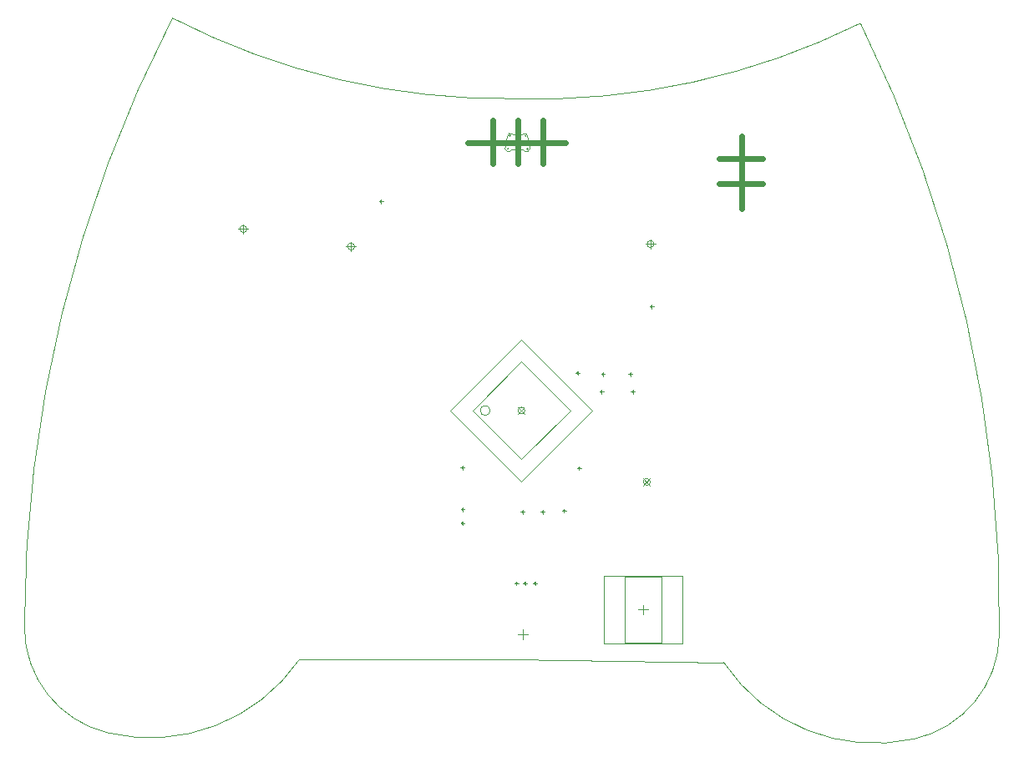
<source format=gbo>
G04*
G04 #@! TF.GenerationSoftware,Altium Limited,Altium Designer,19.0.4 (130)*
G04*
G04 Layer_Color=32896*
%FSLAX44Y44*%
%MOMM*%
G71*
G01*
G75*
%ADD11C,0.6000*%
%ADD19C,0.1000*%
%ADD20C,0.0127*%
%ADD21C,0.0500*%
%ADD22C,0.0254*%
D11*
X405410Y580390D02*
X504724D01*
X456210Y559562D02*
Y603250D01*
X481610Y559562D02*
Y603250D01*
X430810Y559562D02*
Y603250D01*
X683260Y513080D02*
Y586994D01*
X660400Y538480D02*
X704088D01*
X660400Y563880D02*
X704088D01*
D19*
X427970Y308610D02*
G03*
X427970Y308610I-5000J0D01*
G01*
X459740Y259112D02*
X509238Y308610D01*
X410243D02*
X459740Y358108D01*
X509238Y308610D01*
X410243D02*
X459740Y259112D01*
X564430Y73180D02*
X601430D01*
X564430Y140180D02*
X601430D01*
Y73180D02*
Y140180D01*
X564430Y73180D02*
Y140180D01*
X459740Y236768D02*
X531582Y308610D01*
X387898D02*
X459740Y380452D01*
X531582Y308610D01*
X387898D02*
X459740Y236768D01*
X582930Y101680D02*
Y111680D01*
X577930Y106680D02*
X587930D01*
X542930Y72180D02*
X622930D01*
X542930Y141180D02*
X622930D01*
Y72180D02*
Y141180D01*
X542930Y72180D02*
Y141180D01*
X461010Y76200D02*
Y86360D01*
X455930Y81280D02*
X466090D01*
D20*
X448678Y587462D02*
G03*
X448678Y587462I-762J0D01*
G01*
X446790Y574092D02*
G03*
X446790Y574092I-762J0D01*
G01*
X466296Y573946D02*
G03*
X466296Y573946I-762J0D01*
G01*
X464608Y587343D02*
G03*
X464608Y587343I-762J0D01*
G01*
X455883Y587712D02*
G03*
X464756Y589656I563J18652D01*
G01*
X468332Y573904D02*
G03*
X464756Y589656I-34222J512D01*
G01*
X466143Y571215D02*
G03*
X468332Y573904I-609J2731D01*
G01*
X461236Y573186D02*
G03*
X466143Y571215I3890J2593D01*
G01*
X447042Y589788D02*
G03*
X455883Y587712I8558J16582D01*
G01*
X447042Y589788D02*
G03*
X443230Y574092I30414J-15696D01*
G01*
D02*
G03*
X445378Y571371I2798J0D01*
G01*
D02*
G03*
X450314Y573267I1085J4547D01*
G01*
X455775D02*
X461236Y573186D01*
X450314Y573267D02*
X455775D01*
X454100Y625024D02*
G03*
X803395Y701537I22172J734335D01*
G01*
X944190Y81400D02*
G03*
X803395Y701537I-1347306J20160D01*
G01*
X858013Y-24466D02*
G03*
X944190Y81400I-23963J107514D01*
G01*
X664831Y53097D02*
G03*
X858013Y-24466I153145J102073D01*
G01*
X105988Y706755D02*
G03*
X454100Y625024I336929J652854D01*
G01*
X105988Y706755D02*
G03*
X-44070Y88794I1197399J-617961D01*
G01*
X-44070D02*
G03*
X40514Y-18350I110153J0D01*
G01*
Y-18350D02*
G03*
X234835Y56314I42720J179018D01*
G01*
X449845Y56314D02*
X664831Y53097D01*
X234835Y56314D02*
X449845D01*
D21*
X463240Y308610D02*
G03*
X463240Y308610I-3500J0D01*
G01*
X181300Y492760D02*
G03*
X181300Y492760I-3500J0D01*
G01*
X594050Y477520D02*
G03*
X594050Y477520I-3500J0D01*
G01*
X590240Y236220D02*
G03*
X590240Y236220I-3500J0D01*
G01*
X290520Y474980D02*
G03*
X290520Y474980I-3500J0D01*
G01*
X456204Y312146D02*
X463275Y305075D01*
X456205D02*
X463276Y312146D01*
X177800Y487760D02*
Y497760D01*
X172800Y492760D02*
X182800D01*
X585550Y477520D02*
X595550D01*
X590550Y472520D02*
Y482520D01*
X583205Y232685D02*
X590276Y239756D01*
X583205Y239755D02*
X590276Y232684D01*
X282020Y474980D02*
X292020D01*
X287020Y469980D02*
Y479980D01*
D22*
X574041Y327661D02*
G03*
X574041Y327661I-1270J0D01*
G01*
X571460Y345440D02*
G03*
X571460Y345440I-1270J0D01*
G01*
X401360Y194310D02*
G03*
X401360Y194310I-1270J0D01*
G01*
X518120Y346710D02*
G03*
X518120Y346710I-1270J0D01*
G01*
X482560Y205740D02*
G03*
X482560Y205740I-1270J0D01*
G01*
X542330Y327660D02*
G03*
X542330Y327660I-1270J0D01*
G01*
X543600Y345440D02*
G03*
X543600Y345440I-1270J0D01*
G01*
X455930Y133390D02*
G03*
X455930Y133390I-1270J0D01*
G01*
X464820Y133350D02*
G03*
X464820Y133350I-1270J0D01*
G01*
X504191Y207011D02*
G03*
X504191Y207011I-1270J0D01*
G01*
X401360Y208280D02*
G03*
X401360Y208280I-1270J0D01*
G01*
X462281Y205741D02*
G03*
X462281Y205741I-1270J0D01*
G01*
X474980Y133390D02*
G03*
X474980Y133390I-1270J0D01*
G01*
X519430Y250230D02*
G03*
X519430Y250230I-1270J0D01*
G01*
X593090Y413980D02*
G03*
X593090Y413980I-1270J0D01*
G01*
X401320Y250690D02*
G03*
X401320Y250690I-1270J0D01*
G01*
X318770Y520660D02*
G03*
X318770Y520660I-1270J0D01*
G01*
X572771Y325661D02*
Y329661D01*
X570770Y327661D02*
X574771D01*
X568190Y345440D02*
X572190D01*
X570190Y343440D02*
Y347440D01*
X400090Y192310D02*
Y196310D01*
X398090Y194310D02*
X402090D01*
X516850Y344710D02*
Y348710D01*
X514850Y346710D02*
X518850D01*
X481290Y203740D02*
Y207740D01*
X479290Y205740D02*
X483290D01*
X539060Y327660D02*
X543060D01*
X541060Y325660D02*
Y329660D01*
X540330Y345440D02*
X544330D01*
X542330Y343440D02*
Y347440D01*
X454660Y131390D02*
Y135390D01*
X452660Y133390D02*
X456660D01*
X463550Y131350D02*
Y135350D01*
X461550Y133350D02*
X465550D01*
X502921Y205011D02*
Y209011D01*
X500921Y207011D02*
X504921D01*
X400090Y206280D02*
Y210280D01*
X398090Y208280D02*
X402090D01*
X461011Y203741D02*
Y207741D01*
X459011Y205741D02*
X463011D01*
X473710Y131390D02*
Y135390D01*
X471710Y133390D02*
X475710D01*
X516160Y250230D02*
X520160D01*
X518160Y248230D02*
Y252230D01*
X591820Y411980D02*
Y415980D01*
X589820Y413980D02*
X593820D01*
X398050Y250691D02*
X402050D01*
X400050Y248691D02*
Y252691D01*
X317500Y518660D02*
Y522660D01*
X315500Y520660D02*
X319500D01*
M02*

</source>
